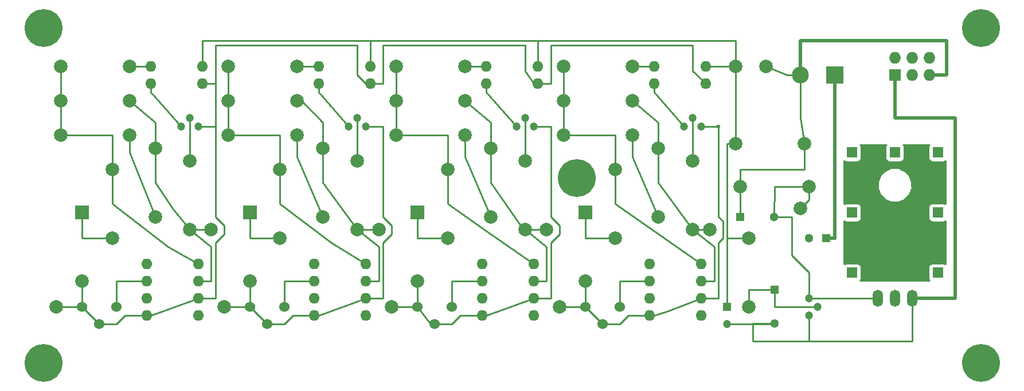
<source format=gbr>
G04 #@! TF.FileFunction,Copper,L1,Top,Signal*
%FSLAX46Y46*%
G04 Gerber Fmt 4.6, Leading zero omitted, Abs format (unit mm)*
G04 Created by KiCad (PCBNEW 4.0.2+dfsg1-stable) date Sat 01 Jul 2017 06:48:44 PM EDT*
%MOMM*%
G01*
G04 APERTURE LIST*
%ADD10C,0.100000*%
%ADD11R,1.200000X1.200000*%
%ADD12C,1.200000*%
%ADD13R,1.300000X1.300000*%
%ADD14C,1.300000*%
%ADD15C,1.998980*%
%ADD16R,1.998980X1.998980*%
%ADD17R,1.727200X1.727200*%
%ADD18O,1.727200X1.727200*%
%ADD19R,2.500000X2.500000*%
%ADD20C,2.500000*%
%ADD21C,1.524000*%
%ADD22O,1.600000X1.600000*%
%ADD23O,1.501140X2.499360*%
%ADD24C,2.000000*%
%ADD25C,5.588000*%
%ADD26R,1.501140X1.501140*%
%ADD27C,0.600000*%
%ADD28C,0.500000*%
%ADD29C,0.250000*%
%ADD30C,0.254000*%
G04 APERTURE END LIST*
D10*
D11*
X165735000Y-115570000D03*
D12*
X165735000Y-118070000D03*
D13*
X172720000Y-113030000D03*
D14*
X172720000Y-118030000D03*
D13*
X167640000Y-102235000D03*
D14*
X172640000Y-102235000D03*
D13*
X180340000Y-105410000D03*
D14*
X177840000Y-105410000D03*
D15*
X70487540Y-111760000D03*
D16*
X70487540Y-101600000D03*
D15*
X95252540Y-111760000D03*
D16*
X95252540Y-101600000D03*
D15*
X120017540Y-111760000D03*
D16*
X120017540Y-101600000D03*
D15*
X144782540Y-111760000D03*
D16*
X144782540Y-101600000D03*
D17*
X190500000Y-81280000D03*
D18*
X190500000Y-78740000D03*
X193040000Y-81280000D03*
X193040000Y-78740000D03*
X195580000Y-81280000D03*
X195580000Y-78740000D03*
D19*
X181610000Y-81280000D03*
D20*
X176610000Y-81280000D03*
D12*
X177800000Y-116840000D03*
X179070000Y-115570000D03*
X177800000Y-114300000D03*
X87630000Y-88900000D03*
X86360000Y-87630000D03*
X85090000Y-88900000D03*
X112395000Y-88900000D03*
X111125000Y-87630000D03*
X109855000Y-88900000D03*
X137160000Y-88900000D03*
X135890000Y-87630000D03*
X134620000Y-88900000D03*
X161925000Y-88900000D03*
X160655000Y-87630000D03*
X159385000Y-88900000D03*
D15*
X74930000Y-95250000D03*
X74930000Y-105410000D03*
D21*
X73025000Y-118110000D03*
X70485000Y-115570000D03*
X75565000Y-115570000D03*
D15*
X81280000Y-92075000D03*
X81280000Y-102235000D03*
X67310000Y-85090000D03*
X77470000Y-85090000D03*
X86360000Y-93980000D03*
X86360000Y-104140000D03*
X67310000Y-80010000D03*
X77470000Y-80010000D03*
X99695000Y-95250000D03*
X99695000Y-105410000D03*
D21*
X97790000Y-118110000D03*
X95250000Y-115570000D03*
X100330000Y-115570000D03*
D15*
X106045000Y-92075000D03*
X106045000Y-102235000D03*
X92075000Y-85090000D03*
X102235000Y-85090000D03*
X111125000Y-93980000D03*
X111125000Y-104140000D03*
X92075000Y-80010000D03*
X102235000Y-80010000D03*
X124460000Y-95250000D03*
X124460000Y-105410000D03*
D21*
X122555000Y-118110000D03*
X120015000Y-115570000D03*
X125095000Y-115570000D03*
D15*
X130810000Y-92075000D03*
X130810000Y-102235000D03*
X116840000Y-85090000D03*
X127000000Y-85090000D03*
X135890000Y-93980000D03*
X135890000Y-104140000D03*
X116840000Y-80010000D03*
X127000000Y-80010000D03*
X149225000Y-95250000D03*
X149225000Y-105410000D03*
D21*
X147320000Y-118110000D03*
X144780000Y-115570000D03*
X149860000Y-115570000D03*
D15*
X155575000Y-92075000D03*
X155575000Y-102235000D03*
X141605000Y-85090000D03*
X151765000Y-85090000D03*
X160655000Y-93980000D03*
X160655000Y-104140000D03*
X141605000Y-80010000D03*
X151765000Y-80010000D03*
X168910000Y-115570000D03*
X168910000Y-105410000D03*
X177800000Y-97790000D03*
X167640000Y-97790000D03*
X177165000Y-91440000D03*
X167005000Y-91440000D03*
D22*
X80010000Y-109220000D03*
X80010000Y-111760000D03*
X80010000Y-114300000D03*
X80010000Y-116840000D03*
X87630000Y-116840000D03*
X87630000Y-114300000D03*
X87630000Y-111760000D03*
X87630000Y-109220000D03*
X80645000Y-80010000D03*
X80645000Y-82550000D03*
X88265000Y-82550000D03*
X88265000Y-80010000D03*
X104775000Y-109220000D03*
X104775000Y-111760000D03*
X104775000Y-114300000D03*
X104775000Y-116840000D03*
X112395000Y-116840000D03*
X112395000Y-114300000D03*
X112395000Y-111760000D03*
X112395000Y-109220000D03*
X105410000Y-80010000D03*
X105410000Y-82550000D03*
X113030000Y-82550000D03*
X113030000Y-80010000D03*
X129540000Y-109220000D03*
X129540000Y-111760000D03*
X129540000Y-114300000D03*
X129540000Y-116840000D03*
X137160000Y-116840000D03*
X137160000Y-114300000D03*
X137160000Y-111760000D03*
X137160000Y-109220000D03*
X130175000Y-80010000D03*
X130175000Y-82550000D03*
X137795000Y-82550000D03*
X137795000Y-80010000D03*
X154305000Y-109220000D03*
X154305000Y-111760000D03*
X154305000Y-114300000D03*
X154305000Y-116840000D03*
X161925000Y-116840000D03*
X161925000Y-114300000D03*
X161925000Y-111760000D03*
X161925000Y-109220000D03*
X154940000Y-80010000D03*
X154940000Y-82550000D03*
X162560000Y-82550000D03*
X162560000Y-80010000D03*
D23*
X190500000Y-114300000D03*
X187960000Y-114300000D03*
X193040000Y-114300000D03*
D15*
X67310000Y-90170000D03*
X77470000Y-90170000D03*
X92075000Y-90170000D03*
X102235000Y-90170000D03*
X116840000Y-90170000D03*
X127000000Y-90170000D03*
X141605000Y-90170000D03*
X151765000Y-90170000D03*
D24*
X66675000Y-115570000D03*
X91440000Y-115570000D03*
X116205000Y-115570000D03*
X140970000Y-115570000D03*
X89535000Y-104140000D03*
X163195000Y-104140000D03*
X171450000Y-80010000D03*
X114300000Y-104140000D03*
X139065000Y-104140000D03*
X167005000Y-80010000D03*
X176530000Y-100965000D03*
D25*
X64770000Y-74295000D03*
X64770000Y-123825000D03*
X203200000Y-74295000D03*
X203200000Y-123825000D03*
X143510000Y-96520000D03*
D26*
X184150000Y-92710000D03*
X196850000Y-92710000D03*
X184150000Y-110490000D03*
X196850000Y-110490000D03*
X196850000Y-101600000D03*
X184150000Y-101600000D03*
X190500000Y-92710000D03*
D27*
X181610000Y-105410000D03*
X190500000Y-84455000D03*
X164465000Y-88900000D03*
D28*
X181610000Y-105410000D02*
X181610000Y-81280000D01*
X180340000Y-105410000D02*
X181610000Y-105410000D01*
D29*
X70485000Y-115570000D02*
X66675000Y-115570000D01*
X90170000Y-114300000D02*
X90170000Y-106045000D01*
X87630000Y-114300000D02*
X90170000Y-114300000D01*
X90170000Y-102235000D02*
X90170000Y-88900000D01*
X91440000Y-103505000D02*
X90170000Y-102235000D01*
X91440000Y-104775000D02*
X91440000Y-103505000D01*
X90170000Y-106045000D02*
X91440000Y-104775000D01*
X111125000Y-76835000D02*
X90170000Y-76835000D01*
X111125000Y-81280000D02*
X111125000Y-76835000D01*
X112395000Y-82550000D02*
X111125000Y-81280000D01*
X90170000Y-76835000D02*
X90170000Y-82550000D01*
X73025000Y-118110000D02*
X75565000Y-118110000D01*
X76835000Y-116840000D02*
X80010000Y-116840000D01*
X75565000Y-118110000D02*
X76835000Y-116840000D01*
X135890000Y-76835000D02*
X114935000Y-76835000D01*
X137160000Y-82550000D02*
X135890000Y-80645000D01*
X135890000Y-80645000D02*
X135890000Y-76835000D01*
X114935000Y-82550000D02*
X113030000Y-82550000D01*
X114935000Y-76835000D02*
X114935000Y-82550000D01*
X160654994Y-76819503D02*
X139715497Y-76819503D01*
X139700000Y-82550000D02*
X137795000Y-82550000D01*
X139700000Y-82550000D02*
X139700000Y-76835000D01*
X139715497Y-76819503D02*
X139700000Y-76835000D01*
X160655005Y-80645000D02*
X162560000Y-82550000D01*
X160654994Y-76819503D02*
X160654994Y-76819503D01*
X160654994Y-76819503D02*
X160655005Y-80645000D01*
X88265000Y-82550000D02*
X90170000Y-82550000D01*
X90170000Y-88900000D02*
X90170000Y-88900000D01*
X90170000Y-82550000D02*
X90170000Y-88900000D01*
X90170000Y-88900000D02*
X87630000Y-88900000D01*
X113030000Y-82550000D02*
X112395000Y-82550000D01*
X137795000Y-82550000D02*
X137160000Y-82550000D01*
X190500000Y-87630000D02*
X190500000Y-87630000D01*
X177800000Y-116840000D02*
X177800000Y-120650000D01*
X172720000Y-118030000D02*
X169465000Y-118030000D01*
X193040000Y-120650000D02*
X193040000Y-114300000D01*
X169545000Y-120650000D02*
X177800000Y-120650000D01*
X177800000Y-120650000D02*
X193040000Y-120650000D01*
X169545000Y-118110000D02*
X169545000Y-120650000D01*
X169465000Y-118030000D02*
X169545000Y-118110000D01*
X165735000Y-118070000D02*
X172680000Y-118070000D01*
X172680000Y-118070000D02*
X172720000Y-118030000D01*
X79375000Y-116840000D02*
X80645000Y-116840000D01*
X80645000Y-116840000D02*
X87630000Y-114300000D01*
X70485000Y-115570000D02*
X73025000Y-118110000D01*
X70487540Y-111760000D02*
X70485000Y-113665000D01*
X70485000Y-113665000D02*
X70485000Y-115570000D01*
D28*
X190500000Y-81280000D02*
X190500000Y-84455000D01*
X190500000Y-84455000D02*
X190500000Y-87630000D01*
X190500000Y-87630000D02*
X199390000Y-87630000D01*
X199390000Y-87630000D02*
X199390000Y-93980000D01*
X199390000Y-93980000D02*
X199390000Y-114300000D01*
X199390000Y-114300000D02*
X193040000Y-114300000D01*
D29*
X177800000Y-97790000D02*
X177800000Y-99695000D01*
X177800000Y-99695000D02*
X176530000Y-100965000D01*
X172640000Y-102235000D02*
X175260000Y-102235000D01*
X177800000Y-110490000D02*
X177800000Y-114300000D01*
X175260000Y-107950000D02*
X177800000Y-110490000D01*
X175260000Y-102235000D02*
X175260000Y-107950000D01*
X172720000Y-97790000D02*
X172720000Y-97790000D01*
X177800000Y-114300000D02*
X187960000Y-114300000D01*
X172640000Y-102235000D02*
X172720000Y-97790000D01*
X177800000Y-97790000D02*
X172720000Y-97790000D01*
X167005000Y-80010000D02*
X167005000Y-80010000D01*
X113030000Y-76200000D02*
X135890000Y-76200000D01*
X135890000Y-76200000D02*
X137795000Y-76200000D01*
X137795000Y-76200000D02*
X137795000Y-80010000D01*
X113030000Y-76200000D02*
X113030000Y-80010000D01*
X92075000Y-76200000D02*
X88265000Y-76200000D01*
X113030000Y-76200000D02*
X92075000Y-76200000D01*
X88265000Y-76200000D02*
X88265000Y-80010000D01*
X162560000Y-80010000D02*
X167005000Y-80010000D01*
X168910000Y-105410000D02*
X165735000Y-105410000D01*
X165735000Y-115570000D02*
X165735000Y-105410000D01*
X165735000Y-105410000D02*
X165735000Y-91440000D01*
X165735000Y-91440000D02*
X167005000Y-91440000D01*
X149860000Y-76200000D02*
X167005000Y-76200000D01*
X137795000Y-76200000D02*
X149860000Y-76200000D01*
X167005000Y-76200000D02*
X167005000Y-80010000D01*
X167005000Y-80010000D02*
X167005000Y-91440000D01*
X168910000Y-115570000D02*
X168910000Y-113030000D01*
X168910000Y-113030000D02*
X172720000Y-113030000D01*
X172720000Y-113030000D02*
X172720000Y-115570000D01*
X172720000Y-115570000D02*
X179070000Y-115570000D01*
X149225000Y-100330000D02*
X149225000Y-95250000D01*
X141605000Y-90170000D02*
X149225000Y-90170000D01*
X149225000Y-90170000D02*
X149225000Y-95250000D01*
X176610000Y-81280000D02*
X174625000Y-81280000D01*
X174625000Y-81280000D02*
X171450000Y-80010000D01*
X167640000Y-97790000D02*
X167640000Y-98425000D01*
X177165000Y-95250000D02*
X177165000Y-91440000D01*
X167640000Y-95250000D02*
X177165000Y-95250000D01*
X167640000Y-98425000D02*
X167640000Y-95250000D01*
X167640000Y-102235000D02*
X167640000Y-97790000D01*
D28*
X176610000Y-76200000D02*
X198120000Y-76200000D01*
X195580000Y-81280000D02*
X198120000Y-81280000D01*
X198120000Y-81280000D02*
X198120000Y-76200000D01*
X176610000Y-76200000D02*
X176610000Y-81280000D01*
D29*
X177165000Y-91440000D02*
X176530000Y-87630000D01*
X176530000Y-87630000D02*
X176610000Y-81280000D01*
X149225000Y-100330000D02*
X161925000Y-109220000D01*
X149225000Y-100330000D02*
X149225000Y-100330000D01*
X141605000Y-85090000D02*
X141605000Y-90170000D01*
X141605000Y-80010000D02*
X141605000Y-85090000D01*
X74930000Y-105410000D02*
X70485000Y-105410000D01*
X70485000Y-105410000D02*
X70487540Y-101600000D01*
X114935000Y-114300000D02*
X114935000Y-106045000D01*
X112395000Y-114300000D02*
X114935000Y-114300000D01*
X114935000Y-88900000D02*
X112395000Y-88900000D01*
X114935000Y-102235000D02*
X114935000Y-88900000D01*
X116205000Y-103505000D02*
X114935000Y-102235000D01*
X116205000Y-104775000D02*
X116205000Y-103505000D01*
X114935000Y-106045000D02*
X116205000Y-104775000D01*
X95250000Y-115570000D02*
X91440000Y-115570000D01*
X74930000Y-95250000D02*
X74930000Y-100330000D01*
X83185000Y-106680000D02*
X87630000Y-109220000D01*
X74930000Y-100330000D02*
X83185000Y-106680000D01*
X104775000Y-116840000D02*
X101600000Y-116840000D01*
X100330000Y-118110000D02*
X97790000Y-118110000D01*
X100330000Y-118110000D02*
X100330000Y-118110000D01*
X101600000Y-116840000D02*
X100330000Y-118110000D01*
X104775000Y-116840000D02*
X105410000Y-116840000D01*
X105410000Y-116840000D02*
X112395000Y-114300000D01*
X95252540Y-111760000D02*
X95250000Y-113665000D01*
X95250000Y-113665000D02*
X95250000Y-115570000D01*
X97790000Y-118110000D02*
X95250000Y-115570000D01*
X67310000Y-90170000D02*
X74930000Y-90170000D01*
X74930000Y-90170000D02*
X74930000Y-95250000D01*
X67310000Y-85090000D02*
X67310000Y-90170000D01*
X67310000Y-80010000D02*
X67310000Y-85090000D01*
X99695000Y-105410000D02*
X95250000Y-105410000D01*
X95250000Y-105410000D02*
X95250000Y-101600000D01*
X95250000Y-101600000D02*
X95252540Y-101600000D01*
X139700000Y-114300000D02*
X139700000Y-106045000D01*
X139700000Y-88900000D02*
X139700000Y-90170000D01*
X137160000Y-114300000D02*
X139700000Y-114300000D01*
X139700000Y-88900000D02*
X137160000Y-88900000D01*
X139700000Y-102235000D02*
X139700000Y-90170000D01*
X140970000Y-103505000D02*
X139700000Y-102235000D01*
X140970000Y-104775000D02*
X140970000Y-103505000D01*
X139700000Y-106045000D02*
X140970000Y-104775000D01*
X120015000Y-115570000D02*
X116205000Y-115570000D01*
X112395000Y-109220000D02*
X107315000Y-106045000D01*
X99695000Y-100330000D02*
X99695000Y-95250000D01*
X107315000Y-106045000D02*
X99695000Y-100330000D01*
X129540000Y-116840000D02*
X126365000Y-116840000D01*
X125095000Y-118110000D02*
X121920000Y-118110000D01*
X126365000Y-116840000D02*
X125095000Y-118110000D01*
X129540000Y-116840000D02*
X130175000Y-116840000D01*
X130175000Y-116840000D02*
X137160000Y-114300000D01*
X120015000Y-115570000D02*
X121920000Y-118110000D01*
X120017540Y-111760000D02*
X120015000Y-113665000D01*
X120015000Y-113665000D02*
X120015000Y-115570000D01*
X92075000Y-90170000D02*
X99695000Y-90170000D01*
X99695000Y-90170000D02*
X99695000Y-95250000D01*
X92075000Y-85090000D02*
X92075000Y-90170000D01*
X92075000Y-80010000D02*
X92075000Y-85090000D01*
X124460000Y-105410000D02*
X120015000Y-105410000D01*
X120015000Y-105410000D02*
X120015000Y-101600000D01*
X120015000Y-101600000D02*
X120017540Y-101600000D01*
X164465000Y-114300000D02*
X164465000Y-106045000D01*
X161925000Y-114300000D02*
X164465000Y-114300000D01*
X164465000Y-90170000D02*
X164465000Y-88900000D01*
X164465000Y-102235000D02*
X164465000Y-90170000D01*
X165100000Y-102870000D02*
X164465000Y-102235000D01*
X165100000Y-105410000D02*
X165100000Y-102870000D01*
X164465000Y-106045000D02*
X165100000Y-105410000D01*
X144780000Y-115570000D02*
X140970000Y-115570000D01*
X137160000Y-109220000D02*
X130810000Y-104775000D01*
X124460000Y-100330000D02*
X124460000Y-95250000D01*
X130810000Y-104775000D02*
X124460000Y-100330000D01*
X144782540Y-111760000D02*
X144782540Y-115567460D01*
X144782540Y-115567460D02*
X144780000Y-115570000D01*
X147320000Y-118110000D02*
X149860000Y-118110000D01*
X151130000Y-116840000D02*
X154305000Y-116840000D01*
X149860000Y-118110000D02*
X151130000Y-116840000D01*
X154305000Y-116840000D02*
X154940000Y-116840000D01*
X154940000Y-116840000D02*
X156845000Y-116205000D01*
X156845000Y-116205000D02*
X161925000Y-114300000D01*
X161925000Y-88900000D02*
X164465000Y-88900000D01*
X144780000Y-115570000D02*
X147320000Y-118110000D01*
X116840000Y-90170000D02*
X124460000Y-90170000D01*
X124460000Y-90170000D02*
X124460000Y-95250000D01*
X116840000Y-85090000D02*
X116840000Y-90170000D01*
X116840000Y-80010000D02*
X116840000Y-85090000D01*
X149225000Y-105410000D02*
X144780000Y-105410000D01*
X144780000Y-105410000D02*
X144780000Y-101600000D01*
X144780000Y-101600000D02*
X144782540Y-101600000D01*
X86360000Y-87630000D02*
X86360000Y-93980000D01*
X85090000Y-88900000D02*
X80645000Y-83820000D01*
X80645000Y-83820000D02*
X80645000Y-82550000D01*
X111125000Y-87630000D02*
X111125000Y-93980000D01*
X105410000Y-82550000D02*
X105410000Y-83820000D01*
X105410000Y-83820000D02*
X109855000Y-88900000D01*
X135890000Y-87630000D02*
X135890000Y-93980000D01*
X130175000Y-82550000D02*
X130175000Y-83820000D01*
X130175000Y-83820000D02*
X134620000Y-88900000D01*
X160655000Y-87630000D02*
X160655000Y-93980000D01*
X154940000Y-82550000D02*
X154940000Y-83820000D01*
X154940000Y-83820000D02*
X159385000Y-88900000D01*
X77470000Y-90170000D02*
X77470000Y-92710000D01*
X77470000Y-92710000D02*
X81280000Y-102235000D01*
X75565000Y-115570000D02*
X75565000Y-111760000D01*
X75565000Y-111760000D02*
X80010000Y-111760000D01*
X86360000Y-104140000D02*
X89535000Y-104140000D01*
X86360000Y-104140000D02*
X89535000Y-106680000D01*
X89535000Y-111760000D02*
X87630000Y-111760000D01*
X89535000Y-106680000D02*
X89535000Y-111760000D01*
X81280000Y-92075000D02*
X81280000Y-97155000D01*
X83820000Y-100965000D02*
X86360000Y-104140000D01*
X81280000Y-97155000D02*
X83820000Y-100965000D01*
X77470000Y-85090000D02*
X81280000Y-88265000D01*
X81280000Y-88265000D02*
X81280000Y-92075000D01*
X77470000Y-80010000D02*
X79375000Y-80010000D01*
X79375000Y-80010000D02*
X80645000Y-80010000D01*
X106045000Y-102235000D02*
X102235000Y-93345000D01*
X102235000Y-93345000D02*
X102235000Y-90170000D01*
X100330000Y-115570000D02*
X100330000Y-111760000D01*
X100330000Y-111760000D02*
X104775000Y-111760000D01*
X111125000Y-104140000D02*
X114300000Y-104140000D01*
X102235000Y-85090000D02*
X102870000Y-85090000D01*
X102870000Y-85090000D02*
X106045000Y-88265000D01*
X106045000Y-88265000D02*
X106045000Y-92075000D01*
X111125000Y-104140000D02*
X106045000Y-97155000D01*
X106045000Y-93345000D02*
X106045000Y-92075000D01*
X106045000Y-97155000D02*
X106045000Y-93345000D01*
X112395000Y-111760000D02*
X114300000Y-111760000D01*
X114300000Y-106680000D02*
X111125000Y-104140000D01*
X114300000Y-111760000D02*
X114300000Y-106680000D01*
X102235000Y-80010000D02*
X102235000Y-80010000D01*
X102235000Y-80010000D02*
X105410000Y-80010000D01*
X125095000Y-115570000D02*
X125095000Y-111760000D01*
X125095000Y-111760000D02*
X129540000Y-111760000D01*
X127000000Y-90170000D02*
X127000000Y-93345000D01*
X127000000Y-93345000D02*
X130810000Y-102235000D01*
X135890000Y-104140000D02*
X139065000Y-104140000D01*
X135890000Y-104140000D02*
X135255000Y-103505000D01*
X135255000Y-103505000D02*
X130810000Y-97155000D01*
X130810000Y-97155000D02*
X130810000Y-92075000D01*
X135890000Y-104140000D02*
X139065000Y-106680000D01*
X139065000Y-111760000D02*
X137160000Y-111760000D01*
X139065000Y-106680000D02*
X139065000Y-111760000D01*
X127000000Y-85090000D02*
X130810000Y-88265000D01*
X130810000Y-88265000D02*
X130810000Y-92075000D01*
X127000000Y-80010000D02*
X130175000Y-80010000D01*
X149860000Y-115570000D02*
X149860000Y-111760000D01*
X149860000Y-111760000D02*
X154305000Y-111760000D01*
X151765000Y-90170000D02*
X151765000Y-93345000D01*
X151765000Y-93345000D02*
X155575000Y-102235000D01*
X160655000Y-104140000D02*
X163195000Y-104140000D01*
X151765000Y-85090000D02*
X155575000Y-88265000D01*
X155575000Y-88265000D02*
X155575000Y-92075000D01*
X155575000Y-92075000D02*
X155575000Y-97155000D01*
X155575000Y-97155000D02*
X160655000Y-104140000D01*
X160655000Y-104140000D02*
X163830000Y-106680000D01*
X163830000Y-106680000D02*
X163830000Y-111760000D01*
X163830000Y-111760000D02*
X161925000Y-111760000D01*
X151765000Y-80010000D02*
X154940000Y-80010000D01*
D30*
G36*
X189211103Y-91599731D02*
X189187150Y-91657558D01*
X189152999Y-91707540D01*
X189140136Y-91771061D01*
X189114430Y-91833120D01*
X189114430Y-91897999D01*
X189101990Y-91959430D01*
X189101990Y-93460570D01*
X189114430Y-93526683D01*
X189114430Y-93586880D01*
X189135185Y-93636988D01*
X189146268Y-93695887D01*
X189183637Y-93753960D01*
X189211103Y-93820269D01*
X189253745Y-93862910D01*
X189285340Y-93912011D01*
X189340610Y-93949776D01*
X189389732Y-93998897D01*
X189447556Y-94022849D01*
X189497540Y-94057001D01*
X189561063Y-94069865D01*
X189623121Y-94095570D01*
X189687999Y-94095570D01*
X189749430Y-94108010D01*
X191250570Y-94108010D01*
X191316683Y-94095570D01*
X191376879Y-94095570D01*
X191426986Y-94074815D01*
X191485887Y-94063732D01*
X191543961Y-94026362D01*
X191610268Y-93998897D01*
X191652909Y-93956256D01*
X191702011Y-93924660D01*
X191739775Y-93869391D01*
X191788897Y-93820269D01*
X191812850Y-93762442D01*
X191847001Y-93712460D01*
X191859864Y-93648939D01*
X191885570Y-93586880D01*
X191885570Y-93522001D01*
X191898010Y-93460570D01*
X191898010Y-91959430D01*
X191885570Y-91893317D01*
X191885570Y-91833120D01*
X191864815Y-91783012D01*
X191853732Y-91724113D01*
X191816363Y-91666040D01*
X191788897Y-91599731D01*
X191756165Y-91567000D01*
X195593834Y-91567000D01*
X195561103Y-91599731D01*
X195537150Y-91657558D01*
X195502999Y-91707540D01*
X195490136Y-91771061D01*
X195464430Y-91833120D01*
X195464430Y-91897999D01*
X195451990Y-91959430D01*
X195451990Y-93460570D01*
X195464430Y-93526683D01*
X195464430Y-93586880D01*
X195485185Y-93636988D01*
X195496268Y-93695887D01*
X195533637Y-93753960D01*
X195561103Y-93820269D01*
X195603745Y-93862910D01*
X195635340Y-93912011D01*
X195690610Y-93949776D01*
X195739732Y-93998897D01*
X195797556Y-94022849D01*
X195847540Y-94057001D01*
X195911063Y-94069865D01*
X195973121Y-94095570D01*
X196037999Y-94095570D01*
X196099430Y-94108010D01*
X197600570Y-94108010D01*
X197666683Y-94095570D01*
X197726879Y-94095570D01*
X197776986Y-94074815D01*
X197835887Y-94063732D01*
X197893961Y-94026362D01*
X197960268Y-93998897D01*
X197993000Y-93966165D01*
X197993000Y-100343834D01*
X197960268Y-100311103D01*
X197902444Y-100287151D01*
X197852460Y-100252999D01*
X197788937Y-100240135D01*
X197726879Y-100214430D01*
X197662001Y-100214430D01*
X197600570Y-100201990D01*
X196099430Y-100201990D01*
X196033317Y-100214430D01*
X195973121Y-100214430D01*
X195923014Y-100235185D01*
X195864113Y-100246268D01*
X195806039Y-100283638D01*
X195739732Y-100311103D01*
X195697091Y-100353744D01*
X195647989Y-100385340D01*
X195610225Y-100440609D01*
X195561103Y-100489731D01*
X195537150Y-100547558D01*
X195502999Y-100597540D01*
X195490136Y-100661061D01*
X195464430Y-100723120D01*
X195464430Y-100787999D01*
X195451990Y-100849430D01*
X195451990Y-102350570D01*
X195464430Y-102416683D01*
X195464430Y-102476880D01*
X195485185Y-102526988D01*
X195496268Y-102585887D01*
X195533637Y-102643960D01*
X195561103Y-102710269D01*
X195603745Y-102752910D01*
X195635340Y-102802011D01*
X195690610Y-102839776D01*
X195739732Y-102888897D01*
X195797556Y-102912849D01*
X195847540Y-102947001D01*
X195911063Y-102959865D01*
X195973121Y-102985570D01*
X196037999Y-102985570D01*
X196099430Y-102998010D01*
X197600570Y-102998010D01*
X197666683Y-102985570D01*
X197726879Y-102985570D01*
X197776986Y-102964815D01*
X197835887Y-102953732D01*
X197893961Y-102916362D01*
X197960268Y-102888897D01*
X197993000Y-102856165D01*
X197993000Y-109233834D01*
X197960268Y-109201103D01*
X197902444Y-109177151D01*
X197852460Y-109142999D01*
X197788937Y-109130135D01*
X197726879Y-109104430D01*
X197662001Y-109104430D01*
X197600570Y-109091990D01*
X196099430Y-109091990D01*
X196033317Y-109104430D01*
X195973121Y-109104430D01*
X195923014Y-109125185D01*
X195864113Y-109136268D01*
X195806039Y-109173638D01*
X195739732Y-109201103D01*
X195697091Y-109243744D01*
X195647989Y-109275340D01*
X195610225Y-109330609D01*
X195561103Y-109379731D01*
X195537150Y-109437558D01*
X195502999Y-109487540D01*
X195490136Y-109551061D01*
X195464430Y-109613120D01*
X195464430Y-109677999D01*
X195451990Y-109739430D01*
X195451990Y-111240570D01*
X195464430Y-111306683D01*
X195464430Y-111366880D01*
X195485185Y-111416988D01*
X195496268Y-111475887D01*
X195533637Y-111533960D01*
X195561103Y-111600269D01*
X195593835Y-111633000D01*
X185406166Y-111633000D01*
X185438897Y-111600269D01*
X185462850Y-111542442D01*
X185497001Y-111492460D01*
X185509864Y-111428939D01*
X185535570Y-111366880D01*
X185535570Y-111302001D01*
X185548010Y-111240570D01*
X185548010Y-109739430D01*
X185535570Y-109673317D01*
X185535570Y-109613120D01*
X185514815Y-109563012D01*
X185503732Y-109504113D01*
X185466363Y-109446040D01*
X185438897Y-109379731D01*
X185396255Y-109337090D01*
X185364660Y-109287989D01*
X185309390Y-109250224D01*
X185260268Y-109201103D01*
X185202444Y-109177151D01*
X185152460Y-109142999D01*
X185088937Y-109130135D01*
X185026879Y-109104430D01*
X184962001Y-109104430D01*
X184900570Y-109091990D01*
X183399430Y-109091990D01*
X183333317Y-109104430D01*
X183273121Y-109104430D01*
X183223014Y-109125185D01*
X183164113Y-109136268D01*
X183106039Y-109173638D01*
X183039732Y-109201103D01*
X183007000Y-109233835D01*
X183007000Y-102856166D01*
X183039732Y-102888897D01*
X183097556Y-102912849D01*
X183147540Y-102947001D01*
X183211063Y-102959865D01*
X183273121Y-102985570D01*
X183337999Y-102985570D01*
X183399430Y-102998010D01*
X184900570Y-102998010D01*
X184966683Y-102985570D01*
X185026879Y-102985570D01*
X185076986Y-102964815D01*
X185135887Y-102953732D01*
X185193961Y-102916362D01*
X185260268Y-102888897D01*
X185302909Y-102846256D01*
X185352011Y-102814660D01*
X185389775Y-102759391D01*
X185438897Y-102710269D01*
X185462850Y-102652442D01*
X185497001Y-102602460D01*
X185509864Y-102538939D01*
X185535570Y-102476880D01*
X185535570Y-102412001D01*
X185548010Y-102350570D01*
X185548010Y-100849430D01*
X185535570Y-100783317D01*
X185535570Y-100723120D01*
X185514815Y-100673012D01*
X185503732Y-100614113D01*
X185466363Y-100556040D01*
X185438897Y-100489731D01*
X185396255Y-100447090D01*
X185364660Y-100397989D01*
X185309390Y-100360224D01*
X185260268Y-100311103D01*
X185202444Y-100287151D01*
X185152460Y-100252999D01*
X185088937Y-100240135D01*
X185026879Y-100214430D01*
X184962001Y-100214430D01*
X184900570Y-100201990D01*
X183399430Y-100201990D01*
X183333317Y-100214430D01*
X183273121Y-100214430D01*
X183223014Y-100235185D01*
X183164113Y-100246268D01*
X183106039Y-100283638D01*
X183039732Y-100311103D01*
X183007000Y-100343835D01*
X183007000Y-97056862D01*
X187960218Y-97056862D01*
X187965069Y-97547468D01*
X187964641Y-98038015D01*
X187970049Y-98051103D01*
X187970189Y-98065266D01*
X188336906Y-98950599D01*
X188343224Y-98954256D01*
X188349746Y-98970041D01*
X189062208Y-99683748D01*
X189081046Y-99691570D01*
X189085401Y-99699094D01*
X189540475Y-99882342D01*
X189993561Y-100070479D01*
X190007723Y-100070491D01*
X190020862Y-100075782D01*
X190511468Y-100070931D01*
X191002015Y-100071359D01*
X191015103Y-100065951D01*
X191029266Y-100065811D01*
X191914599Y-99699094D01*
X191918256Y-99692776D01*
X191934041Y-99686254D01*
X192647748Y-98973792D01*
X192655570Y-98954954D01*
X192663094Y-98950599D01*
X192846342Y-98495525D01*
X193034479Y-98042439D01*
X193034491Y-98028277D01*
X193039782Y-98015138D01*
X193034931Y-97524532D01*
X193035359Y-97033985D01*
X193029951Y-97020897D01*
X193029811Y-97006734D01*
X192663094Y-96121401D01*
X192656776Y-96117744D01*
X192650254Y-96101959D01*
X191937792Y-95388252D01*
X191918954Y-95380430D01*
X191914599Y-95372906D01*
X191459525Y-95189658D01*
X191006439Y-95001521D01*
X190992277Y-95001509D01*
X190979138Y-94996218D01*
X190488532Y-95001069D01*
X189997985Y-95000641D01*
X189984897Y-95006049D01*
X189970734Y-95006189D01*
X189085401Y-95372906D01*
X189081744Y-95379224D01*
X189065959Y-95385746D01*
X188352252Y-96098208D01*
X188344430Y-96117046D01*
X188336906Y-96121401D01*
X188153658Y-96576475D01*
X187965521Y-97029561D01*
X187965509Y-97043723D01*
X187960218Y-97056862D01*
X183007000Y-97056862D01*
X183007000Y-93966166D01*
X183039732Y-93998897D01*
X183097556Y-94022849D01*
X183147540Y-94057001D01*
X183211063Y-94069865D01*
X183273121Y-94095570D01*
X183337999Y-94095570D01*
X183399430Y-94108010D01*
X184900570Y-94108010D01*
X184966683Y-94095570D01*
X185026879Y-94095570D01*
X185076986Y-94074815D01*
X185135887Y-94063732D01*
X185193961Y-94026362D01*
X185260268Y-93998897D01*
X185302909Y-93956256D01*
X185352011Y-93924660D01*
X185389775Y-93869391D01*
X185438897Y-93820269D01*
X185462850Y-93762442D01*
X185497001Y-93712460D01*
X185509864Y-93648939D01*
X185535570Y-93586880D01*
X185535570Y-93522001D01*
X185548010Y-93460570D01*
X185548010Y-91959430D01*
X185535570Y-91893317D01*
X185535570Y-91833120D01*
X185514815Y-91783012D01*
X185503732Y-91724113D01*
X185466363Y-91666040D01*
X185438897Y-91599731D01*
X185406165Y-91567000D01*
X189243834Y-91567000D01*
X189211103Y-91599731D01*
X189211103Y-91599731D01*
G37*
X189211103Y-91599731D02*
X189187150Y-91657558D01*
X189152999Y-91707540D01*
X189140136Y-91771061D01*
X189114430Y-91833120D01*
X189114430Y-91897999D01*
X189101990Y-91959430D01*
X189101990Y-93460570D01*
X189114430Y-93526683D01*
X189114430Y-93586880D01*
X189135185Y-93636988D01*
X189146268Y-93695887D01*
X189183637Y-93753960D01*
X189211103Y-93820269D01*
X189253745Y-93862910D01*
X189285340Y-93912011D01*
X189340610Y-93949776D01*
X189389732Y-93998897D01*
X189447556Y-94022849D01*
X189497540Y-94057001D01*
X189561063Y-94069865D01*
X189623121Y-94095570D01*
X189687999Y-94095570D01*
X189749430Y-94108010D01*
X191250570Y-94108010D01*
X191316683Y-94095570D01*
X191376879Y-94095570D01*
X191426986Y-94074815D01*
X191485887Y-94063732D01*
X191543961Y-94026362D01*
X191610268Y-93998897D01*
X191652909Y-93956256D01*
X191702011Y-93924660D01*
X191739775Y-93869391D01*
X191788897Y-93820269D01*
X191812850Y-93762442D01*
X191847001Y-93712460D01*
X191859864Y-93648939D01*
X191885570Y-93586880D01*
X191885570Y-93522001D01*
X191898010Y-93460570D01*
X191898010Y-91959430D01*
X191885570Y-91893317D01*
X191885570Y-91833120D01*
X191864815Y-91783012D01*
X191853732Y-91724113D01*
X191816363Y-91666040D01*
X191788897Y-91599731D01*
X191756165Y-91567000D01*
X195593834Y-91567000D01*
X195561103Y-91599731D01*
X195537150Y-91657558D01*
X195502999Y-91707540D01*
X195490136Y-91771061D01*
X195464430Y-91833120D01*
X195464430Y-91897999D01*
X195451990Y-91959430D01*
X195451990Y-93460570D01*
X195464430Y-93526683D01*
X195464430Y-93586880D01*
X195485185Y-93636988D01*
X195496268Y-93695887D01*
X195533637Y-93753960D01*
X195561103Y-93820269D01*
X195603745Y-93862910D01*
X195635340Y-93912011D01*
X195690610Y-93949776D01*
X195739732Y-93998897D01*
X195797556Y-94022849D01*
X195847540Y-94057001D01*
X195911063Y-94069865D01*
X195973121Y-94095570D01*
X196037999Y-94095570D01*
X196099430Y-94108010D01*
X197600570Y-94108010D01*
X197666683Y-94095570D01*
X197726879Y-94095570D01*
X197776986Y-94074815D01*
X197835887Y-94063732D01*
X197893961Y-94026362D01*
X197960268Y-93998897D01*
X197993000Y-93966165D01*
X197993000Y-100343834D01*
X197960268Y-100311103D01*
X197902444Y-100287151D01*
X197852460Y-100252999D01*
X197788937Y-100240135D01*
X197726879Y-100214430D01*
X197662001Y-100214430D01*
X197600570Y-100201990D01*
X196099430Y-100201990D01*
X196033317Y-100214430D01*
X195973121Y-100214430D01*
X195923014Y-100235185D01*
X195864113Y-100246268D01*
X195806039Y-100283638D01*
X195739732Y-100311103D01*
X195697091Y-100353744D01*
X195647989Y-100385340D01*
X195610225Y-100440609D01*
X195561103Y-100489731D01*
X195537150Y-100547558D01*
X195502999Y-100597540D01*
X195490136Y-100661061D01*
X195464430Y-100723120D01*
X195464430Y-100787999D01*
X195451990Y-100849430D01*
X195451990Y-102350570D01*
X195464430Y-102416683D01*
X195464430Y-102476880D01*
X195485185Y-102526988D01*
X195496268Y-102585887D01*
X195533637Y-102643960D01*
X195561103Y-102710269D01*
X195603745Y-102752910D01*
X195635340Y-102802011D01*
X195690610Y-102839776D01*
X195739732Y-102888897D01*
X195797556Y-102912849D01*
X195847540Y-102947001D01*
X195911063Y-102959865D01*
X195973121Y-102985570D01*
X196037999Y-102985570D01*
X196099430Y-102998010D01*
X197600570Y-102998010D01*
X197666683Y-102985570D01*
X197726879Y-102985570D01*
X197776986Y-102964815D01*
X197835887Y-102953732D01*
X197893961Y-102916362D01*
X197960268Y-102888897D01*
X197993000Y-102856165D01*
X197993000Y-109233834D01*
X197960268Y-109201103D01*
X197902444Y-109177151D01*
X197852460Y-109142999D01*
X197788937Y-109130135D01*
X197726879Y-109104430D01*
X197662001Y-109104430D01*
X197600570Y-109091990D01*
X196099430Y-109091990D01*
X196033317Y-109104430D01*
X195973121Y-109104430D01*
X195923014Y-109125185D01*
X195864113Y-109136268D01*
X195806039Y-109173638D01*
X195739732Y-109201103D01*
X195697091Y-109243744D01*
X195647989Y-109275340D01*
X195610225Y-109330609D01*
X195561103Y-109379731D01*
X195537150Y-109437558D01*
X195502999Y-109487540D01*
X195490136Y-109551061D01*
X195464430Y-109613120D01*
X195464430Y-109677999D01*
X195451990Y-109739430D01*
X195451990Y-111240570D01*
X195464430Y-111306683D01*
X195464430Y-111366880D01*
X195485185Y-111416988D01*
X195496268Y-111475887D01*
X195533637Y-111533960D01*
X195561103Y-111600269D01*
X195593835Y-111633000D01*
X185406166Y-111633000D01*
X185438897Y-111600269D01*
X185462850Y-111542442D01*
X185497001Y-111492460D01*
X185509864Y-111428939D01*
X185535570Y-111366880D01*
X185535570Y-111302001D01*
X185548010Y-111240570D01*
X185548010Y-109739430D01*
X185535570Y-109673317D01*
X185535570Y-109613120D01*
X185514815Y-109563012D01*
X185503732Y-109504113D01*
X185466363Y-109446040D01*
X185438897Y-109379731D01*
X185396255Y-109337090D01*
X185364660Y-109287989D01*
X185309390Y-109250224D01*
X185260268Y-109201103D01*
X185202444Y-109177151D01*
X185152460Y-109142999D01*
X185088937Y-109130135D01*
X185026879Y-109104430D01*
X184962001Y-109104430D01*
X184900570Y-109091990D01*
X183399430Y-109091990D01*
X183333317Y-109104430D01*
X183273121Y-109104430D01*
X183223014Y-109125185D01*
X183164113Y-109136268D01*
X183106039Y-109173638D01*
X183039732Y-109201103D01*
X183007000Y-109233835D01*
X183007000Y-102856166D01*
X183039732Y-102888897D01*
X183097556Y-102912849D01*
X183147540Y-102947001D01*
X183211063Y-102959865D01*
X183273121Y-102985570D01*
X183337999Y-102985570D01*
X183399430Y-102998010D01*
X184900570Y-102998010D01*
X184966683Y-102985570D01*
X185026879Y-102985570D01*
X185076986Y-102964815D01*
X185135887Y-102953732D01*
X185193961Y-102916362D01*
X185260268Y-102888897D01*
X185302909Y-102846256D01*
X185352011Y-102814660D01*
X185389775Y-102759391D01*
X185438897Y-102710269D01*
X185462850Y-102652442D01*
X185497001Y-102602460D01*
X185509864Y-102538939D01*
X185535570Y-102476880D01*
X185535570Y-102412001D01*
X185548010Y-102350570D01*
X185548010Y-100849430D01*
X185535570Y-100783317D01*
X185535570Y-100723120D01*
X185514815Y-100673012D01*
X185503732Y-100614113D01*
X185466363Y-100556040D01*
X185438897Y-100489731D01*
X185396255Y-100447090D01*
X185364660Y-100397989D01*
X185309390Y-100360224D01*
X185260268Y-100311103D01*
X185202444Y-100287151D01*
X185152460Y-100252999D01*
X185088937Y-100240135D01*
X185026879Y-100214430D01*
X184962001Y-100214430D01*
X184900570Y-100201990D01*
X183399430Y-100201990D01*
X183333317Y-100214430D01*
X183273121Y-100214430D01*
X183223014Y-100235185D01*
X183164113Y-100246268D01*
X183106039Y-100283638D01*
X183039732Y-100311103D01*
X183007000Y-100343835D01*
X183007000Y-97056862D01*
X187960218Y-97056862D01*
X187965069Y-97547468D01*
X187964641Y-98038015D01*
X187970049Y-98051103D01*
X187970189Y-98065266D01*
X188336906Y-98950599D01*
X188343224Y-98954256D01*
X188349746Y-98970041D01*
X189062208Y-99683748D01*
X189081046Y-99691570D01*
X189085401Y-99699094D01*
X189540475Y-99882342D01*
X189993561Y-100070479D01*
X190007723Y-100070491D01*
X190020862Y-100075782D01*
X190511468Y-100070931D01*
X191002015Y-100071359D01*
X191015103Y-100065951D01*
X191029266Y-100065811D01*
X191914599Y-99699094D01*
X191918256Y-99692776D01*
X191934041Y-99686254D01*
X192647748Y-98973792D01*
X192655570Y-98954954D01*
X192663094Y-98950599D01*
X192846342Y-98495525D01*
X193034479Y-98042439D01*
X193034491Y-98028277D01*
X193039782Y-98015138D01*
X193034931Y-97524532D01*
X193035359Y-97033985D01*
X193029951Y-97020897D01*
X193029811Y-97006734D01*
X192663094Y-96121401D01*
X192656776Y-96117744D01*
X192650254Y-96101959D01*
X191937792Y-95388252D01*
X191918954Y-95380430D01*
X191914599Y-95372906D01*
X191459525Y-95189658D01*
X191006439Y-95001521D01*
X190992277Y-95001509D01*
X190979138Y-94996218D01*
X190488532Y-95001069D01*
X189997985Y-95000641D01*
X189984897Y-95006049D01*
X189970734Y-95006189D01*
X189085401Y-95372906D01*
X189081744Y-95379224D01*
X189065959Y-95385746D01*
X188352252Y-96098208D01*
X188344430Y-96117046D01*
X188336906Y-96121401D01*
X188153658Y-96576475D01*
X187965521Y-97029561D01*
X187965509Y-97043723D01*
X187960218Y-97056862D01*
X183007000Y-97056862D01*
X183007000Y-93966166D01*
X183039732Y-93998897D01*
X183097556Y-94022849D01*
X183147540Y-94057001D01*
X183211063Y-94069865D01*
X183273121Y-94095570D01*
X183337999Y-94095570D01*
X183399430Y-94108010D01*
X184900570Y-94108010D01*
X184966683Y-94095570D01*
X185026879Y-94095570D01*
X185076986Y-94074815D01*
X185135887Y-94063732D01*
X185193961Y-94026362D01*
X185260268Y-93998897D01*
X185302909Y-93956256D01*
X185352011Y-93924660D01*
X185389775Y-93869391D01*
X185438897Y-93820269D01*
X185462850Y-93762442D01*
X185497001Y-93712460D01*
X185509864Y-93648939D01*
X185535570Y-93586880D01*
X185535570Y-93522001D01*
X185548010Y-93460570D01*
X185548010Y-91959430D01*
X185535570Y-91893317D01*
X185535570Y-91833120D01*
X185514815Y-91783012D01*
X185503732Y-91724113D01*
X185466363Y-91666040D01*
X185438897Y-91599731D01*
X185406165Y-91567000D01*
X189243834Y-91567000D01*
X189211103Y-91599731D01*
M02*

</source>
